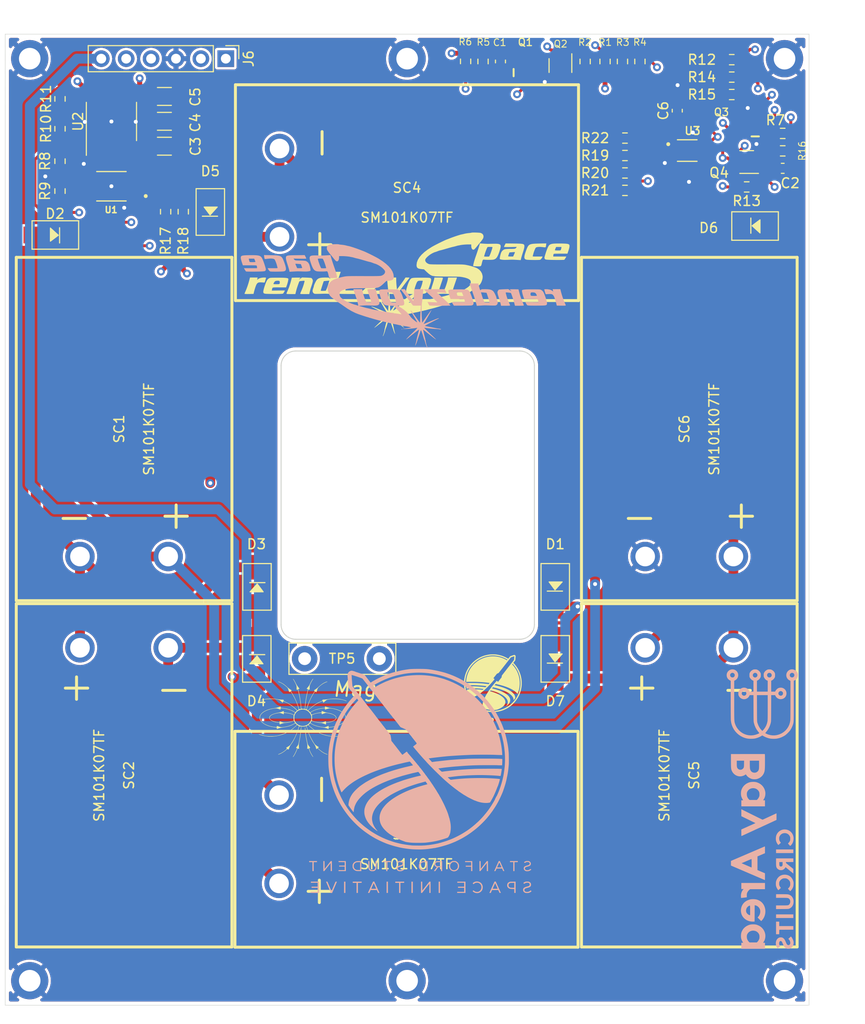
<source format=kicad_pcb>
(kicad_pcb (version 20211014) (generator pcbnew)
  (title_block (date "2022-08-16"))
  (layers (0 "F.Cu" signal) (1 "In1.Cu" signal) (2 "In2.Cu" signal) (3 "In3.Cu" signal) (4 "In4.Cu" signal) (31 "B.Cu" signal) (34 "B.Paste" user) (35 "F.Paste" user) (36 "B.SilkS" user "B.Silkscreen") (37 "F.SilkS" user "F.Silkscreen") (38 "B.Mask" user) (39 "F.Mask" user) (44 "Edge.Cuts" user))
  (net 0 "")
  (net 1 "Net-(C1-Pad1)")
  (net 2 "GND")
  (net 3 "Net-(C2-Pad1)")
  (net 4 "Net-(C3-Pad2)")
  (net 5 "VBATT")
  (net 6 "+3V3")
  (net 7 "SDA")
  (net 8 "SCL")
  (net 9 "Net-(Q1-Pad2)")
  (net 10 "Net-(Q1-Pad3)")
  (net 11 "Net-(Q2-Pad2)")
  (net 12 "Net-(Q3-Pad3)")
  (net 13 "Net-(Q3-Pad6)")
  (net 14 "Net-(Q4-Pad2)")
  (net 15 "Net-(R8-Pad2)")
  (net 16 "Net-(R10-Pad2)")
  (net 17 "Net-(R17-Pad1)")
  (net 19 "Coil_IN")
  (net 20 "Coil_OUT")
  (net 21 "Net-(D1-Pad2)")
  (net 22 "Net-(D2-Pad2)")
  (net 23 "Net-(D4-Pad2)")
  (net 24 "Net-(D5-Pad2)")
  (net 25 "Net-(D6-Pad2)")
  (net 26 "VSOLAR")
  (net 27 "SCL_ISO")
  (net 28 "SDA_ISO")
  (net 30 "Net-(D3-Pad2)")
  (net 31 "Net-(R18-Pad1)")
  (net 32 "Net-(R19-Pad2)")
  (footprint "Resistor_SMD:R_0603_1608Metric" (layer "F.Cu") (at 175.406 46.876)
    (fp_text reference "R14")
    (fp_text value "10K")
  )
  (footprint "Resistor_SMD:R_0603_1608Metric" (layer "F.Cu") (at 164.514 56.65 180)
    (fp_text reference "R20")
    (fp_text value "0")
  )
  (footprint "Resistor_SMD:R_0603_1608Metric" (layer "F.Cu") (at 106.881 49.098 90)
    (fp_text reference "R11")
    (fp_text value "0")
  )
  (footprint "Capacitor_SMD:C_0603_1608Metric" (layer "F.Cu") (at 169.848 50.3 90)
    (fp_text reference "C6")
    (fp_text value "0.1uF")
  )
  (footprint "panels:SM101K07TF" (layer "F.Cu") (at 142.226 124.578 180)
    (fp_text reference "SC3")
    (fp_text value "SM101K07TF")
  )
  (footprint "panels:OPT3001" (layer "F.Cu") (at 170.864 54.364)
    (fp_text reference "U3")
    (fp_text value "OPT3001")
  )
  (footprint "panels:logo_SSI_small" (layer "F.Cu") (at 150.88 108.95)
    (fp_text reference "REF**" hide)
    (fp_text value "logo_SSI_small" hide)
  )
  (footprint "Resistor_SMD:R_0603_1608Metric" (layer "F.Cu") (at 166.038 45.283 -90)
    (fp_text reference "R4")
    (fp_text value "10K")
  )
  (footprint "Capacitor_SMD:C_1206_3216Metric" (layer "F.Cu") (at 117.531 48.848 180)
    (fp_text reference "C5")
    (fp_text value "10uF")
  )
  (footprint "MountingHole:MountingHole_2.2mm_M2_DIN965_Pad_TopBottom" (layer "F.Cu") (at 180.792 138.997997)
    (fp_text reference "H30" hide)
    (fp_text value "~")
  )
  (footprint "Capacitor_SMD:C_1206_3216Metric" (layer "F.Cu") (at 117.531 53.923)
    (fp_text reference "C3")
    (fp_text value "10uF" hide)
  )
  (footprint "panels:BSS138DWQ-7" (layer "F.Cu") (at 176.931 51.723 180)
    (fp_text reference "Q3")
    (fp_text value "BSS138DWQ-7" hide)
  )
  (footprint "panels:SM101K07TF" (layer "F.Cu") (at 113.418 118.058 90)
    (fp_text reference "SC2")
    (fp_text value "SM101K07TF")
  )
  (footprint "Resistor_SMD:R_0603_1608Metric" (layer "F.Cu") (at 175.406 45.098 180)
    (fp_text reference "R12")
    (fp_text value "100K")
  )
  (footprint "Resistor_SMD:R_0603_1608Metric" (layer "F.Cu") (at 150.036 45.283 90)
    (fp_text reference "R5")
    (fp_text value "200K")
  )
  (footprint "Package_SO:HTSOP-8-1EP_3.9x4.9mm_P1.27mm_EP2.4x3.2mm" (layer "F.Cu") (at 112.126 51.401 90)
    (fp_text reference "U2")
    (fp_text value "BD60GC0WEFJ")
  )
  (footprint "Resistor_SMD:R_0603_1608Metric" (layer "F.Cu") (at 164.26 45.283 90)
    (fp_text reference "R3")
    (fp_text value "10K")
  )
  (footprint "panels:DO-214AC" (layer "F.Cu") (at 177.786 62.058)
    (fp_text reference "D6")
    (fp_text value "CDBA240LL")
  )
  (footprint "panels:DO-214AC" (layer "F.Cu") (at 157.402 98.848 90)
    (fp_text reference "D1")
    (fp_text value "CDBA240LL")
  )
  (footprint "Resistor_SMD:R_0603_1608Metric" (layer "F.Cu") (at 106.881 52.146 90)
    (fp_text reference "R10")
    (fp_text value "0")
  )
  (footprint "Capacitor_SMD:C_0603_1608Metric" (layer "F.Cu") (at 180.606 56.176)
    (fp_text reference "C2")
    (fp_text value "10nF")
  )
  (footprint "panels:DRV8830DGQ" (layer "F.Cu") (at 112.126 58.005 180)
    (fp_text reference "U1")
    (fp_text value "DRV8830DGQ" hide)
  )
  (footprint "Capacitor_SMD:C_1206_3216Metric" (layer "F.Cu") (at 117.531 51.383)
    (fp_text reference "C4")
    (fp_text value "10uF" hide)
  )
  (footprint "panels:DO-214AC" (layer "F.Cu") (at 106.406 62.973 180)
    (fp_text reference "D2")
    (fp_text value "CDBA240LL")
  )
  (footprint "MountingHole:MountingHole_2.2mm_M2_DIN965_Pad_TopBottom" (layer "F.Cu") (at 142.292 138.997997)
    (fp_text reference "H29" hide)
    (fp_text value "~")
  )
  (footprint "Resistor_SMD:R_0603_1608Metric" (layer "F.Cu") (at 164.514 53.094)
    (fp_text reference "R22")
    (fp_text value "0")
  )
  (footprint "Resistor_SMD:R_0603_1608Metric" (layer "F.Cu") (at 180.603 52.617)
    (fp_text reference "R7")
    (fp_text value "0")
  )
  (footprint "Connector_PinHeader_2.54mm:PinHeader_1x06_P2.54mm_Vertical" (layer "F.Cu") (at 123.792 44.997997 -90)
    (fp_text reference "J6")
    (fp_text value "Through_Hole_1")
  )
  (footprint "panels:SLAB_logo" (layer "F.Cu") (at 142.06 66.71)
    (fp_text reference "REF**" hide)
    (fp_text value "SLAB_logo" hide)
  )
  (footprint "Capacitor_SMD:C_0603_1608Metric" (layer "F.Cu") (at 151.814 45.283 90)
    (fp_text reference "C1")
    (fp_text value "10nF")
  )
  (footprint "Resistor_SMD:R_0603_1608Metric" (layer "F.Cu") (at 106.881 55.448 -90)
    (fp_text reference "R8")
    (fp_text value "0")
  )
  (footprint "panels:logo_magnet_1" (layer "F.Cu") (at 131.65 112.18)
    (fp_text reference "REF**" hide)
    (fp_text value "logo_magnet_1" hide)
  )
  (footprint "panels:DO-214AC" (layer "F.Cu") (at 126.976 98.848 -90)
    (fp_text reference "D3")
    (fp_text value "CDBA240LL")
  )
  (footprint "Resistor_SMD:R_0603_1608Metric" (layer "F.Cu") (at 176.931 58.073 180)
    (fp_text reference "R13")
    (fp_text value "680")
  )
  (footprint "panels:SM101K07TF" (layer "F.Cu") (at 113.418 82.752 -90)
    (fp_text reference "SC1")
    (fp_text value "SM101K07TF")
  )
  (footprint "Resistor_SMD:R_0603_1608Metric" (layer "F.Cu") (at 117.656 60.598 -90)
    (fp_text reference "R17")
    (fp_text value "0")
  )
  (footprint "Package_TO_SOT_SMD:SOT-363_SC-70-6" (layer "F.Cu") (at 176.931 55.533 180)
    (fp_text reference "Q4")
    (fp_text value "MBT2222ADW1T1")
  )
  (footprint "panels:SM101K07TF" (layer "F.Cu") (at 171.076 118.058 90)
    (fp_text reference "SC5")
    (fp_text value "SM101K07TF")
  )
  (footprint "MountingHole:MountingHole_2.2mm_M2_DIN965_Pad_TopBottom" (layer "F.Cu") (at 103.792 44.997997)
    (fp_text reference "H25" hide)
    (fp_text value "~")
  )
  (footprint "Resistor_SMD:R_0603_1608Metric" (layer "F.Cu") (at 106.881 58.496 -90)
    (fp_text reference "R9")
    (fp_text value "0")
  )
  (footprint "Resistor_SMD:R_0603_1608Metric" (layer "F.Cu") (at 180.606 54.398)
    (fp_text reference "R16")
    (fp_text value "200K")
  )
  (footprint "Package_TO_SOT_SMD:SOT-363_SC-70-6" (layer "F.Cu") (at 157.931 45.698 -90)
    (fp_text reference "Q2")
    (fp_text value "MBT2222ADW1T1")
  )
  (footprint "panels:BSS138DWQ-7" (layer "F.Cu") (at 154.354 45.548 90)
    (fp_text reference "Q1")
    (fp_text value "BSS138DWQ-7" hide)
  )
  (footprint "Resistor_SMD:R_0603_1608Metric" (layer "F.Cu") (at 175.406 48.654 180)
    (fp_text reference "R15")
    (fp_text value "10K")
  )
  (footprint "Resistor_SMD:R_0603_1608Metric" (layer "F.Cu") (at 160.45 45.283 90)
    (fp_text reference "R2")
    (fp_text value "680")
  )
  (footprint "Resistor_SMD:R_0603_1608Metric" (layer "F.Cu") (at 164.514 58.428 180)
    (fp_text reference "R21")
    (fp_text value "0")
  )
  (footprint "Resistor_SMD:R_0603_1608Metric" (layer "F.Cu") (at 148.256 45.273 90)
    (fp_text reference "R6")
    (fp_text value "0")
  )
  (footprint "MountingHole:MountingHole_2.2mm_M2_DIN965_Pad_TopBottom" (layer "F.Cu") (at 142.292 44.997997)
    (fp_text reference "H26")
    (fp_text value "~")
  )
  (footprint "MountingHole:MountingHole_2.2mm_M2_DIN965_Pad_TopBottom" (layer "F.Cu") (at 103.792 138.997997)
    (fp_text reference "H28" hide)
    (fp_text value "~")
  )
  (footprint "panels:DO-214AC" (layer "F.Cu") (at 157.402 106.188 90)
    (fp_text reference "D7")
    (fp_text value "CDBA240LL")
  )
  (footprint "panels:DO-214AC" (layer "F.Cu") (at 126.956 106.188 -90)
    (fp_text reference "D4")
    (fp_text value "CDBA240LL")
  )
  (footprint "panels:SM101K07TF" (layer "F.Cu") (at 142.276 58.658 180)
    (fp_text reference "SC4")
    (fp_text value "SM101K07TF")
  )
  (footprint "MountingHole:MountingHole_2.2mm_M2_DIN965_Pad_TopBottom" (layer "F.Cu") (at 180.792 44.997997)
    (fp_text reference "H27" hide)
    (fp_text value "~" hide)
  )
  (footprint "Resistor_SMD:R_0603_1608Metric" (layer "F.Cu") (at 164.514 54.872)
    (fp_text reference "R19")
    (fp_text value "0")
  )
  (footprint "Resistor_SMD:R_0603_1608Metric" (layer "F.Cu") (at 162.482 45.283 -90)
    (fp_text reference "R1")
    (fp_text value "100K")
  )
  (footprint "Resistor_SMD:R_0603_1608Metric" (layer "F.Cu") (at 119.456 60.598 -90)
    (fp_text reference "R18")
    (fp_text value "0")
  )
  (footprint "panels:TestPointConnection" (layer "F.Cu") (at 135.658 106.667998)
    (fp_text reference "TP5")
    (fp_text value "Start/End Connection" hide)
  )
  (footprint "panels:DO-214AC" (layer "F.Cu") (at 122.216 60.628 90)
    (fp_text reference "D5")
    (fp_text value "CDBA240LL")
  )
  (footprint "panels:SM101K07TF" (layer "F.Cu") (at 171.076 82.752 -90)
    (fp_text reference "SC6")
    (fp_text value "SM101K07TF")
  )
  (footprint "panels:SLAB_logo" (layer "B.Cu") (at 142.119638 67.899096 180)
    (fp_text reference "REF**" hide)
    (fp_text value "SLAB_logo" hide)
  )
  (footprint "panels:logo_SSI" (layer "B.Cu") (at 143.245237 117.094228 180)
    (fp_text reference "REF**" hide)
    (fp_text value "logo_SSI" hide)
  )
  (footprint "panels:BAC_logo" (layer "B.Cu") (at 178.1 121.73 -90)
    (fp_text reference "REF**" hide)
    (fp_text value "BAC_logo" hide)
  )
  (gr_arc (start 129.434 76.299997) (mid 129.873341 75.239339) (end 130.934 74.799997) (layer "Edge.Cuts") (width 0.1))
  (gr_line (start 101.292 141.497997) (end 165.892 141.497997) (layer "Edge.Cuts") (width 0.05))
  (gr_arc (start 130.934 104.189997) (mid 129.873341 103.750657) (end 129.434 102.689997) (layer "Edge.Cuts") (width 0.1))
  (gr_line (start 183.292 42.497997) (end 101.292 42.497997) (layer "Edge.Cuts") (width 0.05))
  (gr_line (start 153.774 104.189997) (end 130.934 104.189997) (layer "Edge.Cuts") (width 0.1))
  (gr_arc (start 153.774 74.799997) (mid 154.834691 75.239307) (end 155.274 76.299997) (layer "Edge.Cuts") (width 0.1))
  (gr_line (start 183.292 141.497997) (end 183.292 42.497997) (layer "Edge.Cuts") (width 0.05))
  (gr_line (start 130.934 74.799997) (end 153.774 74.799997) (layer "Edge.Cuts") (width 0.1))
  (gr_line (start 101.296 50.707998) (end 101.292 42.497997) (layer "Edge.Cuts") (width 0.05))
  (gr_line (start 101.296 121.077998) (end 101.296 50.707998) (layer "Edge.Cuts") (width 0.05))
  (gr_line (start 129.434 102.689997) (end 129.434 76.299997) (layer "Edge.Cuts") (width 0.1))
  (gr_line (start 165.892 141.497997) (end 183.292 141.497997) (layer "Edge.Cuts") (width 0.05))
  (gr_line (start 155.274 76.299997) (end 155.274 102.689997) (layer "Edge.Cuts") (width 0.1))
  (gr_line (start 101.292 141.497997) (end 101.296 121.077998) (layer "Edge.Cuts") (width 0.05))
  (gr_arc (start 155.274 102.689997) (mid 154.834661 103.750659) (end 153.774 104.189997) (layer "Edge.Cuts") (width 0.1))
  (gr_text "Stanford SSI \nGrant Regen 2022" (at 141.38 112.07) (layer "F.SilkS") (effects (font (size 0.7 0.7) (thickness 0.1) italic) (justify left)))
  (gr_text "Ver 0.1" (at 146.43 110.29) (layer "F.SilkS") (effects (font (size 0.5 0.5) (thickness 0.1))))
  (gr_text "Magnetar" (at 139.86 109.27) (layer "F.SilkS") (effects (font (size 1.5 1.5) (thickness 0.2) italic)))
  (segment (start 153.331 43.898) (end 153.006 44.223) (width 0.306) (layer "F.Cu") (net 1))
  (segment (start 154.354 44.042978) (end 154.209022 43.898) (width 0.306) (layer "F.Cu") (net 1))
  (segment (start 153.006 44.223) (end 153.006 45.498) (width 0.306) (layer "F.Cu") (net 1))
  (segment (start 150.036 46.108) (end 151.764 46.108) (width 0.5) (layer "F.Cu") (net 1))
  (segment (start 154.354 44.598) (end 154.354 44.042978) (width 0.306) (layer "F.Cu") (net 1))
  (segment (start 151.764 46.108) (end 151.814 46.058) (width 0.5) (layer "F.Cu") (net 1))
  (segment (start 154.209022 43.898) (end 153.331 43.898) (width 0.306) (layer "F.Cu") (net 1))
  (segment (start 153.006 45.498) (end 152.446 46.058) (width 0.306) (layer "F.Cu") (net 1))
  (segment (start 152.446 46.058) (end 151.814 46.058) (width 0.306) (layer "F.Cu") (net 1))
  (segment (start 151.814 44.508) (end 151.596 44.508) (width 0.25) (layer "F.Cu") (net 2))
  (segment (start 112.1275 51.4025) (end 112.126 51.401) (width 0.5) (layer "F.Cu") (net 2))
  (segment (start 112.761 54.051) (end 114.031 54.051) (width 0.5) (layer "F.Cu") (net 2))
  (segment (start 114.226 57.005) (end 113.126 57.005) (width 0.29) (layer "F.Cu") (net 2))
  (segment (start 111.491 48.751) (end 112.761 48.751) (width 0.5) (layer "F.Cu") (net 2))
  (segment (start 151.406 44.508) (end 150.816 45.098) (width 0.25) (layer "F.Cu") (net 2))
  (segment (start 111.491 50.766) (end 112.126 51.401) (width 0.5) (layer "F.Cu") (net 2))
  (segment (start 114.031 53.306) (end 112.1275 51.4025) (width 0.5) (layer "F.Cu") (net 2))
  (segment (start 114.031 54.051) (end 114.031 53.306) (width 0.5) (layer "F.Cu") (net 2))
  (segment (start 112.761 48.751) (end 112.761 50.766) (width 0.5) (layer "F.Cu") (net 2))
  (segment (start 112.761 52.036) (end 112.126 51.401) (width 0.5) (layer "F.Cu") (net 2))
  (segment (start 151.814 44.508) (end 151.406 44.508) (width 0.25) (layer "F.Cu") (net 2))
  (segment (start 169.869 55.014) (end 169.869 55.565) (width 0.25) (layer "F.Cu") (net 2))
  (segment (start 112.626 58.505) (end 112.126 58.005) (width 0.3) (layer "F.Cu") (net 2))
  (segment (start 113.126 57.005) (end 112.126 58.005) (width 0.29) (layer "F.Cu") (net 2))
  (segment (start 112.761 50.766) (end 112.126 51.401) (width 0.5) (layer "F.Cu") (net 2))
  (segment (start 112.761 54.051) (end 112.761 52.036) (width 0.5) (layer "F.Cu") (net 2))
  (segment (start 151.596 44.508) (end 150.906 45.198) (width 0.25) (layer "F.Cu") (net 2))
  (segment (start 114.226 58.505) (end 112.626 58.505) (width 0.28) (layer "F.Cu") (net 2))
  (segment (start 111.491 48.751) (end 111.491 50.766) (width 0.5) (layer "F.Cu") (net 2))
  (via (at 156.331 47.373) (size 0.8) (drill 0.4) (layers "F.Cu" "B.Cu") (net 2))
  (via (at 169.881 47.698) (size 0.8) (drill 0.4) (layers "F.Cu" "B.Cu") (net 2))
  (via (at 114.61 51.43) (size 0.8) (drill 0.4) (layers "F.Cu" "B.Cu") (net 2))
  (via (at 112.126 58.005) (size 0.8) (drill 0.4) (layers "F.Cu" "B.Cu") (net 2))
  (via (at 177.036 50.028) (size 0.8) (drill 0.4) (layers "F.Cu" "B.Cu") (net 2))
  (via (at 113.431 60.198) (size 0.8) (drill 0.4) (layers "F.Cu" "B.Cu") (net 2))
  (via (at 177.926 53.698) (size 0.8) (drill 0.4) (layers "F.Cu" "B.Cu") (net 2))
  (via (at 171.436 52.528) (size 0.8) (drill 0.4) (layers "F.Cu" "B.Cu") (net 2))
  (via (at 109.306 55.723) (size 0.8) (drill 0.4) (layers "F.Cu" "B.Cu") (net 2))
  (via (at 112.1275 51.4025) (size 0.8) (drill 0.4) (layers "F.Cu" "B.Cu") (net 2))
  (via (at 105.381 56.998) (size 0.8) (drill 0.4) (layers "F.Cu" "B.Cu") (net 2))
  (via (at 109.41 51.44) (size 0.8) (drill 0.4) (layers "F.Cu" "B.Cu") (net 2))
  (via (at 168.578 55.634) (size 0.8) (drill 0.4) (layers "F.Cu" "B.Cu") (net 2))
  (via (at 171.046 57.558) (size 0.8) (drill 0.4) (layers "F.Cu" "B.Cu") (net 2))
  (segment (start 179.831 54.448) (end 179.781 54.398) (width 0.5) (layer "F.Cu") (net 3))
  (segment (start 179.586 54.398) (end 178.806 53.618) (width 0.25) (layer "F.Cu") (net 3))
  (segment (start 178.661 51.723) (end 177.881 51.723) (width 0.25) (layer "F.Cu") (net 3))
  (segment (start 179.831 56.176) (end 179.831 54.448) (width 0.5) (layer "F.Cu") (net 3))
  (segment (start 178.806 51.868) (end 178.661 51.723) (width 0.25) (layer "F.Cu") (net 3))
  (segment (start 178.806 53.618) (end 178.806 51.868) (width 0.25) (layer "F.Cu") (net 3))
  (segment (start 179.781 54.398) (end 179.586 54.398) (width 0.25) (layer "F.Cu") (net 3))
  (segment (start 112.806 55.873) (end 116.406 55.873) (width 0.306) (layer "F.Cu") (net 4))
  (segment (start 111.491 55.083) (end 112.281 55.873) (width 0.306) (layer "F.Cu") (net 4))
  (segment (start 119.006 54.248) (end 119.006 53.923) (width 0.3) (layer "F.Cu") (net 4))
  (segment (start 111.491 54.051) (end 111.491 55.083) (width 0.306) (layer "F.Cu") (net 4))
  (segment (start 116.406 55.873) (end 116.8935 56.3605) (width 0.306) (layer "F.Cu") (net 4))
  (segment (start 119.006 51.383) (end 119.006 53.923) (width 1) (layer "F.Cu") (net 4))
  (segment (start 115.325022 57.505) (end 116.469522 56.3605) (width 0.25) (layer "F.Cu") (net 4))
  (segment (start 110.221 54.051) (end 110.221 55.238) (width 0.306) (layer "F.Cu") (net 4))
  (segment (start 112.281 55.873) (end 112.806 55.873) (width 0.306) (layer "F.Cu") (net 4))
  (segment (start 114.226 57.505) (end 115.325022 57.505) (width 0.25) (layer "F.Cu") (net 4))
  (segment (start 116.469522 56.3605) (end 116.8935 56.3605) (width 0.25) (layer "F.Cu") (net 4))
  (segment (start 116.8935 56.3605) (end 119.006 54.248) (width 0.3) (layer "F.Cu") (net 4))
  (segment (start 110.856 55.873) (end 112.806 55.873) (width 0.306) (layer "F.Cu") (net 4))
  (segment (start 110.221 55.238) (end 110.856 55.873) (width 0.306) (layer "F.Cu") (net 4))
  (segment (start 110.221 54.051) (end 111.491 54.051) (width 0.5) (layer "F.Cu") (net 4))
  (segment (start 110.109 48.751) (end 108.656 47.298) (width 0.5) (layer "F.Cu") (net 5))
  (segment (start 115.006 47.776) (end 114.031 48.751) (width 0.5) (layer "F.Cu") (net 5))
  (segment (start 110.221 48.751) (end 110.109 48.751) (width 0.5) (layer "F.Cu") (net 5))
  (segment (start 115.006 46.998) (end 115.006 47.798) (width 0.5) (layer "F.Cu") (net 5))
  (segment (start 115.006 47.798) (end 116.056 48.848) (width 0.5) (layer "F.Cu") (net 5))
  (segment (start 115.006 46.998) (end 115.006 47.776) (width 0.5) (layer "F.Cu") (net 5))
  (via (at 115.006 46.998) (size 0.8) (drill 0.4) (layers "F.Cu" "B.Cu") (net 5))
  (via (at 108.656 47.298) (size 0.8) (drill 0.4) (layers "F.Cu" "B.Cu") (net 5))
  (segment (start 163.689 51.779) (end 166.038 49.43) (width 0.5) (layer "F.Cu") (net 6))
  (segment (start 169.848 51.075) (end 171.679 51.075) (width 0.5) (layer "F.Cu") (net 6))
  (segment (start 169.848 51.075) (end 169.848 53.693) (width 0.306) (layer "F.Cu") (net 6))
  (segment (start 174.581 46.876) (end 174.581 48.654) (width 0.5) (layer "F.Cu") (net 6))
  (segment (start 104.331 59.873) (end 105.131 60.673) (width 0.306) (layer "F.Cu") (net 6))
  (segment (start 169.848 53.693) (end 169.869 53.714) (width 0.306) (layer "F.Cu") (net 6))
  (segment (start 163.689 53.094) (end 163.689 51.779) (width 0.5) (layer "F.Cu") (net 6))
  (segment (start 166.038 46.108) (end 166.038 49.43) (width 0.5) (layer "F.Cu") (net 6))
  (segment (start 105.131 60.673) (end 108.831 60.673) (width 0.306) (layer "F.Cu") (net 6))
  (segment (start 166.038 49.43) (end 167.683 51.075) (width 0.5) (layer "F.Cu") (net 6))
  (segment (start 174.1 48.654) (end 174.581 48.654) (width 0.5) (layer "F.Cu") (net 6))
  (segment (start 106.881 52.971) (end 106.881 54.623) (width 0.5) (layer "F.Cu") (net 6))
  (segment (start 162.482 46.108) (end 164.26 46.108) (width 0.5) (layer "F.Cu") (net 6))
  (segment (start 167.683 51.075) (end 169.848 51.075) (width 0.5) (layer "F.Cu") (net 6))
  (segment (start 162.482 46.108) (end 162.482 48.047) (width 0.5) (layer "F.Cu") (net 6))
  (segment (start 104.981 54.623) (end 104.331 55.273) (width 0.306) (layer "F.Cu") (net 6))
  (segment (start 106.881 54.623) (end 104.981 54.623) (width 0.306) (layer "F.Cu") (net 6))
  (segment (start 171.679 51.075) (end 174.1 48.654) (width 0.5) (layer "F.Cu") (net 6))
  (segment (start 104.331 55.273) (end 104.331 59.873) (width 0.306) (layer "F.Cu") (net 6))
  (segment (start 164.26 46.108) (end 166.038 46.108) (width 0.5) (layer "F.Cu") (net 6))
  (segment (start 174.581 45.098) (end 174.581 46.876) (width 0.5) (layer "F.Cu") (net 6))
  (via (at 108.831 60.673) (size 0.8) (drill 0.4) (layers "F.Cu" "B.Cu") (net 6))
  (via (at 162.482 48.047) (size 0.8) (drill 0.4) (layers "F.Cu" "B.Cu") (net 6))
  (segment (start 178.651 54.883) (end 178.706 54.938) (width 0.25) (layer "F.Cu") (net 7))
  (segment (start 178.706 56.038) (end 178.561 56.183) (width 0.25) (layer "F.Cu") (net 7))
  (segment (start 179.778 52.617) (end 179.778 50.22) (width 0.306) (layer "F.Cu") (net 7))
  (segment (start 177.881 56.183) (end 177.891 56.183) (width 0.306) (layer "F.Cu") (net 7))
  (segment (start 177.881 54.883) (end 178.651 54.883) (width 0.25) (layer "F.Cu") (net 7))
  (segment (start 177.891 56.183) (end 179.781 58.073) (width 0.306) (layer "F.Cu") (net 7))
  (segment (start 178.561 56.183) (end 177.881 56.183) (width 0.25) (layer "F.Cu") (net 7))
  (segment (start 178.706 54.938) (end 178.706 56.038) (width 0.25) (layer "F.Cu") (net 7))
  (via (at 179.778 50.22) (size 0.8) (drill 0.4) (layers "F.Cu" "B.Cu") (net 7))
  (via (at 179.781 58.073) (size 0.8) (drill 0.4) (layers "F.Cu" "B.Cu") (net 7))
  (segment (start 157.425 43.973) (end 158.386022 43.973) (width 0.306) (layer "F.Cu") (net 8))
  (segment (start 156.95 44.117) (end 156.581 43.748) (width 0.306) (layer "F.Cu") (net 8))
  (segment (start 148.256 48.073) (end 148.256 46.098) (width 0.306) (layer "F.Cu") (net 8))
  (segment (start 157.281 44.117) (end 156.95 44.117) (width 0.306) (layer "F.Cu") (net 8))
  (segment (start 158.386022 43.973) (end 158.581 44.167978) (width 0.306) (layer "F.Cu") (net 8))
  (segment (start 158.581 44.167978) (end 158.581 44.748) (width 0.306) (layer "F.Cu") (net 8))
  (segment (start 157.281 44.117) (end 157.425 43.973) (width 0.306) (layer "F.Cu") (net 8))
  (segment (start 157.281 44.748) (end 157.281 44.117) (width 0.306) (layer "F.Cu") (net 8))
  (via (at 156.581 43.748) (size 0.8) (drill 0.4) (layers "F.Cu" "B.Cu") (net 8))
  (via (at 148.256 48.073) (size 0.8) (drill 0.4) (layers "F.Cu" "B.Cu") (net 8))
  (segment (start 154.354 46.498) (end 154.354 45.892) (width 0.306) (layer "F.Cu") (net 9))
  (segment (start 154.354 45.892) (end 153.704 45.242) (width 0.306) (layer "F.Cu") (net 9))
  (segment (start 162.391 44.458) (end 161.4685 43.5355) (width 0.306) (layer "F.Cu") (net 9))
  (segment (start 154.354 46.498) (end 154.354 47.775) (width 0.306) (layer "F.Cu") (net 9))
  (segment (start 153.704 45.242) (end 153.704 44.598) (width 0.306) (layer "F.Cu") (net 9))
  (segment (start 154.354 47.775) (end 153.506 48.623) (width 0.306) (layer "F.Cu") (net 9))
  (segment (start 162.482 44.458) (end 162.391 44.458) (width 0.306) (layer "F.Cu") (net 9))
  (via (at 153.506 48.623) (size 0.8) (drill 0.4) (layers "F.Cu" "B.Cu") (net 9))
  (via (at 161.4685 43.623) (size 0.8) (drill 0.4) (layers "F.Cu" "B.Cu") (net 9))
  (segment (start 157.706 48.548) (end 157.931 48.323) (width 0.306) (layer "F.Cu") (net 10))
  (segment (start 157.931 48.323) (end 157.931 46.648) (width 0.306) (layer "F.Cu") (net 10))
  (segment (start 155.004 46.498) (end 155.004 47.571) (width 0.306) (layer "F.Cu") (net 10))
  (segment (start 164.26 44.458) (end 164.26 44.524) (width 0.25) (layer "F.Cu") (net 10))
  (segment (start 160.45 46.108) (end 158.235 48.323) (width 0.306) (layer "F.Cu") (net 10))
  (segment (start 158.235 48.323) (end 157.931 48.323) (width 0.306) (layer "F.Cu") (net 10))
  (segment (start 155.981 48.548) (end 157.706 48.548) (width 0.306) (layer "F.Cu") (net 10))
  (segment (start 155.004 47.571) (end 155.981 48.548) (width 0.306) (layer "F.Cu") (net 10))
  (segment (start 163.526 45.258) (end 161.3 45.258) (width 0.25) (layer "F.Cu") (net 10))
  (segment (start 164.26 44.524) (end 163.526 45.258) (width 0.25) (layer "F.Cu") (net 10))
  (segment (start 161.3 45.258) (end 160.45 46.108) (width 0.25) (layer "F.Cu") (net 10))
  (segment (start 157.931 45.353) (end 158.003511 45.425511) (width 0.25) (layer "F.Cu") (net 11))
  (segment (start 159.482489 45.425511) (end 160.45 44.458) (width 0.25) (layer "F.Cu") (net 11))
  (segment (start 158.003511 45.425511) (end 159.482489 45.425511) (width 0.25) (layer "F.Cu") (net 11))
  (segment (start 157.931 44.748) (end 157.931 45.353) (width 0.25) (layer "F.Cu") (net 11))
  (segment (start 177.781 44.048) (end 177.281 44.048) (width 0.306) (layer "F.Cu") (net 12))
  (segment (start 177.881 51.073) (end 178.916 50.038) (width 0.3) (layer "F.Cu") (net 12))
  (segment (start 178.916 50.038) (end 178.916 49.263) (width 0.3) (layer "F.Cu") (net 12))
  (segment (start 177.281 44.048) (end 176.231 45.098) (width 0.306) (layer "F.Cu") (net 12))
  (segment (start 178.916 49.263) (end 179.506 48.673) (width 0.3) (layer "F.Cu") (net 12))
  (segment (start 176.675978 51.723) (end 177.325978 51.073) (width 0.306) (layer "F.Cu") (net 12))
  (segment (start 177.325978 51.073) (end 177.881 51.073) (width 0.306) (layer "F.Cu") (net 12))
  (segment (start 175.981 51.723) (end 176.675978 51.723) (width 0.306) (layer "F.Cu") (net 12))
  (via (at 177.781 44.048) (size 0.8) (drill 0.4) (layers "F.Cu" "B.Cu") (net 12))
  (via (at 179.506 48.673) (size 0.8) (drill 0.4) (layers "F.Cu" "B.Cu") (net 12))
  (segment (start 175.331 52.373) (end 174.506 51.548) (width 0.306) (layer "F.Cu") (net 13))
  (segment (start 174.990978 55.123) (end 174.481 55.123) (width 0.306) (layer "F.Cu") (net 13))
  (segment (start 178.081 48.048) (end 178.081 47.498) (width 0.306) (layer "F.Cu") (net 13))
  (segment (start 177.459 46.876) (end 176.231 46.876) (width 0.306) (layer "F.Cu") (net 13))
  (segment (start 175.981 52.373) (end 175.303489 53.050511) (width 0.306) (layer "F.Cu") (net 13))
  (segment (start 176.106 58.073) (end 174.581 58.073) (width 0.306) (layer "F.Cu") (net 13))
  (segment (start 174.581 58.073) (end 174.481 57.973) (width 0.306) (layer "F.Cu") (net 13))
  (segment (start 175.303489 55.435511) (end 175.400978 55.533) (width 0.306) (layer "F.Cu") (net 13))
  (segment (start 174.481 54.423) (end 174.481 55.123) (width 0.306) (layer "F.Cu") (net 13))
  (segment (start 175.303489 53.600511) (end 174.481 54.423) (width 0.306) (layer "F.Cu") (net 13))
  (segment (start 175.400978 55.533) (end 174.990978 55.123) (width 0.306) (layer "F.Cu") (net 13))
  (segment (start 178.081 47.498) (end 177.459 46.876) (width 0.306) (layer "F.Cu") (net 13))
  (segment (start 175.981 52.373) (end 175.331 52.373) (width 0.306) (layer "F.Cu") (net 13))
  (segment (start 175.400978 55.533) (end 175.981 55.533) (width 0.306) (layer "F.Cu") (net 13))
  (segment (start 175.303489 53.050511) (end 175.303489 53.600511) (width 0.306) (layer "F.Cu") (net 13))
  (via (at 174.481 57.973) (size 0.8) (drill 0.4) (layers "F.Cu" "B.Cu") (net 13))
  (via (at 174.481 55.123) (size 0.8) (drill 0.4) (layers "F.Cu" "B.Cu") (net 13))
  (via (at 178.081 48.048) (size 0.8) (drill 0.4) (layers "F.Cu" "B.Cu") (net 13))
  (via (at 174.506 51.548) (size 0.8) (drill 0.4) (layers "F.Cu" "B.Cu") (net 13))
  (segment (start 177.756 57.468) (end 176.936 56.648) (width 0.25) (layer "F.Cu") (net 14))
  (segment (start 177.021 55.533) (end 177.881 55.533) (width 0.25) (layer "F.Cu") (net 14))
  (segment (start 176.936 55.618) (end 177.021 55.533) (width 0.25) (layer "F.Cu") (net 14))
  (segment (start 176.936 56.648) (end 176.936 55.618) (width 0.25) (layer "F.Cu") (net 14))
  (segment (start 177.756 58.073) (end 177.756 57.468) (width 0.25) (layer "F.Cu") (net 14))
  (segment (start 107.215 58.005) (end 106.881 57.671) (width 0.25) (layer "F.Cu") (net 15))
  (segment (start 106.881 57.671) (end 106.881 56.273) (width 0.5) (layer "F.Cu") (net 15))
  (segment (start 110.026 58.005) (end 107.215 58.005) (width 0.25) (layer "F.Cu") (net 15))
  (segment (start 108.181 51.823) (end 107.679 51.321) (width 0.3) (layer "F.Cu") (net 16))
  (segment (start 110.026 57.505) (end 108.926978 57.505) (width 0.25) (layer "F.Cu") (net 16))
  (segment (start 108.181 56.723) (end 108.181 51.823) (width 0.3) (layer "F.Cu") (net 16))
  (segment (start 106.881 49.923) (end 106.881 51.321) (width 0.5) (layer "F.Cu") (net 16))
  (segment (start 108.926978 57.505) (end 108.181 56.759022) (width 0.25) (layer "F.Cu") (net 16))
  (segment (start 107.679 51.321) (end 106.881 51.321) (width 0.3) (layer "F.Cu") (net 16))
  (segment (start 108.181 56.759022) (end 108.181 56.723) (width 0.25) (layer "F.Cu") (net 16))
  (segment (start 116.888 59.005) (end 117.656 59.773) (width 0.3) (layer "F.Cu") (net 17))
  (segment (start 114.226 59.005) (end 116.888 59.005) (width 0.3) (layer "F.Cu") (net 17))
  (segment (start 117.181 66.698) (end 117.656 66.223) (width 0.5) (layer "F.Cu") (net 19))
  (segment (start 117.656 66.223) (end 117.656 61.423) (width 0.5) (layer "F.Cu") (net 19))
  (via (at 117.181 66.698) (size 0.8) (drill 0.4) (layers "F.Cu" "B.Cu") (net 19))
  (segment (start 119.456 66.523) (end 119.456 61.423) (width 0.5) (layer "F.Cu") (net 20))
  (segment (start 119.831 66.898) (end 119.456 66.523) (width 0.5) (layer "F.Cu") (net 20))
  (via (at 119.831 66.898) (size 0.8) (drill 0.4) (layers "F.Cu" "B.Cu") (net 20))
  (segment (start 108.406 89.188) (end 108.406 62.973) (width 1) (layer "F.Cu") (net 21))
  (segment (start 160.456 96.848) (end 157.402 96.848) (width 1) (layer "F.Cu") (net 21))
  (segment (start 114.97 95.752) (end 108.406 89.188) (width 1) (layer "F.Cu") (net 21))
  (segment (start 161.466 97.858) (end 160.456 96.848) (width 1) (layer "F.Cu") (net 21))
  (segment (start 117.918 95.752) (end 114.97 95.752) (width 1) (layer "F.Cu") (net 21))
  (segment (start 161.466 98.56) (end 161.466 97.858) (width 1) (layer "F.Cu") (net 21))
  (via (at 161.466 98.56) (size 0.8) (drill 0.4) (layers "F.Cu" "B.Cu") (net 21))
  (segment (start 122.604 108.974) (end 126.668 113.038) (width 1) (layer "B.Cu") (net 21))
  (segment (start 126.668 113.038) (end 157.656 113.038) (width 1) (layer "B.Cu") (net 21))
  (segment (start 161.466 109.228) (end 161.466 98.56) (width 1) (layer "B.Cu") (net 21))
  (segment (start 122.604 100.438) (end 122.604 108.974) (width 1) (layer "B.Cu") (net 21))
  (segment (start 157.656 113.038) (end 161.466 109.228) (width 1) (layer "B.Cu") (net 21))
  (segment (start 117.918 95.752) (end 122.604 100.438) (width 1) (layer "B.Cu") (net 21))
  (segment (start 104.406 62.973) (end 104.406 91.24) (width 1) (layer "F.Cu") (net 22))
  (segment (start 120.318 100.592) (end 124.062 96.848) (width 1) (layer "F.Cu") (net 22))
  (segment (start 108.918 95.752) (end 113.758 100.592) (width 1) (layer "F.Cu") (net 22))
  (segment (start 113.758 100.592) (end 120.318 100.592) (width 1) (layer "F.Cu") (net 22))
  (segment (start 108.918 95.752) (end 108.918 105.058) (width 1) (layer "F.Cu") (net 22))
  (segment (start 108.918 95.752) (end 104.406 91.24) (width 1) (layer "F.Cu") (net 22))
  (segment (start 124.062 96.848) (end 126.976 96.848) (width 1) (layer "F.Cu") (net 22))
  (segment (start 124.646 108.188) (end 124.476 108.018) (width 1) (layer "F.Cu") (net 23))
  (segment (start 122.746 63.158) (end 122.216 62.628) (width 1) (layer "F.Cu") (net 23))
  (segment (start 129.276 63.158) (end 122.746 63.158) (width 1) (layer "F.Cu") (net 23))
  (segment (start 126.956 117.808) (end 129.226 120.078) (width 1) (layer "F.Cu") (net 23))
  (segment (start 122.216 88.266) (end 122.216 62.628) (width 1) (layer "F.Cu") (net 23))
  (segment (start 126.956 108.188) (end 124.646 108.188) (width 1) (layer "F.Cu") (net 23))
  (segment (start 126.956 108.188) (end 126.956 117.808) (width 1) (layer "F.Cu") (net 23))
  (via (at 124.476 108.018) (size 0.8) (drill 0.4) (layers "F.Cu" "B.Cu") (net 23))
  (via (at 122.216 88.266) (size 0.8) (drill 0.4) (layers "F.Cu" "B.Cu") (net 23))
  (segment (start 171.626 100.008) (end 171.626 66.218) (width 1) (layer "F.Cu") (net 24))
  (segment (start 127.484 58.628) (end 122.216 58.628) (width 1) (layer "F.Cu") (net 24))
  (segment (start 129.276 56.836) (end 127.484 58.628) (width 1) (layer "F.Cu") (net 24))
  (segment (start 171.626 66.218) (end 175.786 62.058) (width 1) (layer "F.Cu") (net 24))
  (segment (start 166.576 105.058) (end 171.626 100.008) (width 1) (layer "F.Cu") (net 24))
  (segment (start 129.276 54.158) (end 129.276 56.836) (width 1) (layer "F.Cu") (net 24))
  (segment (start 141.336 66.218) (end 171.626 66.218) (width 1) (layer "F.Cu") (net 24))
  (segment (start 129.276 54.158) (end 141.336 66.218) (width 1) (layer "F.Cu") (net 24))
  (segment (start 175.576 66.268) (end 179.786 62.058) (width 1) (layer "F.Cu") (net 25))
  (segment (start 175.576 95.752) (end 175.576 66.268) (width 1) (layer "F.Cu") (net 25))
  (segment (start 172.446 108.188) (end 175.576 105.058) (width 1) (layer "F.Cu") (net 25))
  (segment (start 157.402 108.188) (end 172.446 108.188) (width 1) (layer "F.Cu") (net 25))
  (segment (start 175.576 105.058) (end 175.576 95.752) (width 1) (layer "F.Cu") (net 25))
  (segment (start 157.402 100.848) (end 159.686 100.848) (width 1) (layer "F.Cu") (net 26))
  (via (at 159.686 100.848) (size 0.8) (drill 0.4) (layers "F.Cu" "B.Cu") (net 26))
  (segment (start 158.418 107.958) (end 156.132 110.244) (width 1) (layer "B.Cu") (net 26))
  (segment (start 156.132 110.244) (end 129.462 110.244) (width 1) (layer "B.Cu") (net 26))
  (segment (start 125.906 106.688) (end 125.906 93.815523) (width 1) (layer "B.Cu") (net 26))
  (segment (start 129.462 110.244) (end 125.906 106.688) (width 1) (layer "B.Cu") (net 26))
  (segment (start 158.418 102.116) (end 158.418 107.958) (width 1) (layer "B.Cu") (net 26))
  (segment (start 108.602003 44.997997) (end 111.092 44.997997) (width 1) (layer "B.Cu") (net 26))
  (segment (start 123.030477 90.94) (end 106.348 90.94) (width 1) (layer "B.Cu") (net 26))
  (segment (start 103.808 49.792) (end 108.602003 44.997997) (width 1) (layer "B.Cu") (net 26))
  (segment (start 125.906 93.815523) (end 123.030477 90.94) (width 1) (layer "B.Cu") (net 26))
  (segment (start 106.348 90.94) (end 103.808 88.4) (width 1) (layer "B.Cu") (net 26))
  (segment (start 159.686 100.848) (end 158.418 102.116) (width 1) (layer "B.Cu") (net 26))
  (segment (start 103.808 88.4) (end 103.808 49.792) (width 1) (layer "B.Cu") (net 26))
  (segment (start 112.906 61.673) (end 112.694 61.673) (width 0.25) (layer "F.Cu") (net 27))
  (segment (start 166.856 57.473) (end 166.162 57.473) (width 0.306) (layer "F.Cu") (net 27))
  (segment (start 157.281 46.648) (end 157.281 46.053) (width 0.25) (layer "F.Cu") (net 27))
  (segment (start 171.859 56.163) (end 171.859 55.014) (width 0.306) (layer "F.Cu") (net 27))
  (segment (start 157.396 45.938) (end 158.456 45.938) (width 0.25) (layer "F.Cu") (net 27))
  (segment (start 158.581 46.063) (end 158.581 46.648) (width 0.25) (layer "F.Cu") (net 27))
  (segment (start 165.339 56.65) (end 171.372 56.65) (width 0.306) (layer "F.Cu") (net 27))
  (segment (start 154.99048 43.39248) (end 154.656 43.058) (width 0.306) (layer "F.Cu") (net 27))
  (segment (start 171.372 56.65) (end 171.859 56.163) (width 0.306) (layer "F.Cu") (net 27))
  (segment (start 154.656 43.058) (end 151.436 43.058) (width 0.306) (layer "F.Cu") (net 27))
  (segment (start 166.366 44.458) (end 167.781 45.873) (width 0.306) (layer "F.Cu") (net 27))
  (segment (start 156.456 45.823) (end 156.456 44.844978) (width 0.306) (layer "F.Cu") (net 27))
  (segment (start 148.256 44.448) (end 146.831 44.448) (width 0.5) (layer "F.Cu") (net 27))
  (segment (start 112.906 61.673) (end 114.156 61.673) (width 0.3) (layer "F.Cu") (net 27))
  (segment (start 166.162 57.473) (end 165.339 56.65) (width 0.306) (layer "F.Cu") (net 27))
  (segment (start 150.026 44.448) (end 150.036 44.458) (width 0.5) (layer "F.Cu") (net 27))
  (segment (start 112.694 61.673) (end 110.026 59.005) (width 0.25) (layer "F.Cu") (net 27))
  (segment (start 148.256 44.448) (end 150.026 44.448) (width 0.5) (layer "F.Cu") (net 27))
  (segment (start 166.038 44.458) (end 166.366 44.458) (width 0.306) (layer "F.Cu") (net 27))
  (segment (start 156.456 44.844978) (end 155.003502 43.39248) (width 0.306) (layer "F.Cu") (net 27))
  (segment (start 157.281 46.648) (end 156.456 45.823) (width 0.306) (layer "F.Cu") (net 27))
  (segment (start 157.281 46.053) (end 157.396 45.938) (width 0.25) (layer "F.Cu") (net 27))
  (segment (start 151.436 43.058) (end 150.036 44.458) (width 0.306) (layer "F.Cu") (net 27))
  (segment (start 158.456 45.938) (end 158.581 46.063) (width 0.25) (layer "F.Cu") (net 27))
  (segment (start 155.003502 43.39248) (end 154.99048 43.39248) (width 0.306) (layer "F.Cu") (net 27))
  (via (at 146.831 44.448) (size 0.8) (drill 0.4) (layers "F.Cu" "B.Cu") (net 27))
  (via (at 167.781 45.873) (size 0.8) (drill 0.4) (layers "F.Cu" "B.Cu") (net 27))
  (via (at 166.856 57.473) (size 0.8) (drill 0.4) (layers "F.Cu" "B.Cu") (net 27))
  (via (at 114.156 61.673) (size 0.8) (drill 0.4) (layers "F.Cu" "B.Cu") (net 27))
  (segment (start 175.731 49.698) (end 176.231 49.198) (width 0.306) (layer "F.Cu") (net 28))
  (segment (start 172.806 51.798) (end 172.806 51.573) (width 0.306) (layer "F.Cu") (net 28))
  (segment (start 181.431 52.614) (end 181.428 52.617) (width 0.306) (layer "F.Cu") (net 28))
  (segment (start 181.428 52.617) (end 181.428 54.395) (width 0.5) (layer "F.Cu") (net 28))
  (segment (start 173.981 52.973) (end 172.806 51.798) (width 0.306) (layer "F.Cu") (net 28))
  (segment (start 109.331 59.623) (end 108.706 59.623) (width 0.3) (layer "F.Cu") (net 28))
  (segment (start 174.125 56.183) (end 173.404 56.904) (width 0.306) (layer "F.Cu") (net 28))
  (segment (start 173.008 53.714) (end 171.859 53.714) (width 0.306) (layer "F.Cu") (net 28))
  (segment (start 116.031 64.073) (end 113.781 64.073) (width 0.3) (layer "F.Cu") (net 28))
  (segment (start 172.806 51.573) (end 174.681 49.698) (width 0.306) (layer "F.Cu") (net 28))
  (segment (start 181.428 54.395) (end 181.431 54.398) (width 0.5) (layer "F.Cu") (net 28))
  (segment (start 173.981 52.973) (end 173.749 52.973) (width 0.306) (layer "F.Cu") (net 28))
  (segment (start 176.231 49.198) (end 176.231 48.654) (width 0.306) (layer "F.Cu") (net 28))
  (segment (start 165.339 58.428) (end 171.88 58.428) (width 0.306) (layer "F.Cu") (net 28))
  (segment (start 175.981 56.183) (end 174.125 56.183) (width 0.306) (layer "F.Cu") (net 28))
  (segment (start 174.681 49.698) (end 175.731 49.698) (width 0.306) (layer "F.Cu") (net 28))
  (segment (start 181.431 50.973) (end 181.431 52.614) (width 0.306) (layer "F.Cu") (net 28))
  (segment (start 108.281 58.773) (end 108.549 58.505) (width 0.3) (layer "F.Cu") (net 28))
  (segment (start 108.549 58.505) (end 110.026 58.505) (width 0.3) (layer "F.Cu") (net 28))
  (segment (start 175.981 54.883) (end 175.981 54.623) (width 0.306) (layer "F.Cu") (net 28))
  (segment (start 173.404 54.11) (end 173.008 53.714) (width 0.306) (layer "F.Cu") (net 28))
  (segment (start 171.88 58.428) (end 173.404 56.904) (width 0.306) (layer "F.Cu") (net 28))
  (segment (start 173.749 52.973) (end 173.008 53.714) (width 0.306) (layer "F.Cu") (net 28))
  (segment (start 175.981 54.623) (end 176.731 53.873) (width 0.306) (layer "F.Cu") (net 28))
  (segment (start 108.281 59.198) (end 108.281 58.773) (width 0.3) (layer "F.Cu") (net 28))
  (segment (start 173.404 56.904) (end 173.404 54.11) (width 0.306) (layer "F.Cu") (net 28))
  (segment (start 113.781 64.073) (end 109.331 59.623) (width 0.3) (layer "F.Cu") (net 28))
  (segment (start 108.706 59.623) (end 108.281 59.198) (width 0.3) (layer "F.Cu") (net 28))
  (via (at 176.731 53.873) (size 0.8) (drill 0.4) (layers "F.Cu" "B.Cu") (net 28))
  (via (at 181.431 50.973) (size 0.8) (drill 0.4) (layers "F.Cu" "B.Cu") (net 28))
  (via (at 116.031 64.073) (size 0.8) (drill 0.4) (layers "F.Cu" "B.Cu") (net 28))
  (via (at 173.981 52.973) (size 0.8) (drill 0.4) (layers "F.Cu" "B.Cu") (net 28))
  (segment (start 126.956 104.188) (end 126.956 100.868) (width 1) (layer "F.Cu") (net 30))
  (segment (start 126.956 100.868) (end 126.976 100.848) (width 1) (layer "F.Cu") (net 30))
  (segment (start 117.918 105.058) (end 117.918 117.77) (width 1) (layer "F.Cu") (net 30))
  (segment (start 126.086 105.058) (end 126.956 104.188) (width 1) (layer "F.Cu") (net 30))
  (segment (start 117.918 105.058) (end 126.086 105.058) (width 1) (layer "F.Cu") (net 30))
  (segment (start 117.918 117.77) (end 129.226 129.078) (width 1) (layer "F.Cu") (net 30))
  (segment (start 119.456 59.773) (end 119.456 59.628) (width 0.25) (layer "F.Cu") (net 31))
  (segment (start 119.456 59.628) (end 117.833 58.005) (width 0.25) (layer "F.Cu") (net 31))
  (segment (start 117.833 58.005) (end 114.226 58.005) (width 0.25) (layer "F.Cu") (net 31))
  (segment (start 168.07 54.872) (end 168.578 54.364) (width 0.306) (layer "F.Cu") (net 32))
  (segment (start 163.689 56.65) (end 163.689 56.522) (width 0.306) (layer "F.Cu") (net 32))
  (segment (start 163.689 56.65) (end 163.689 58.428) (width 0.306) (layer "F.Cu") (net 32))
  (segment (start 165.339 54.872) (end 168.07 54.872) (width 0.306) (layer "F.Cu") (net 32))
  (segment (start 168.578 54.364) (end 169.869 54.364) (width 0.306) (layer "F.Cu") (net 32))
  (segment (start 163.689 56.522) (end 165.339 54.872) (width 0.306) (layer "F.Cu") (net 32))
  (segment (start 165.339 53.094) (end 165.339 54.872) (width 0.306) (layer "F.Cu") (net 32))
  (zone (net 2) (net_name "GND") (layers "F.Cu" "In1.Cu" "In2.Cu" "In3.Cu" "In4.Cu" "B.Cu") (connect_pads (clearance 0.26)) (min_thickness 0.32) (fill yes (thermal_gap 0.254) (thermal_bridge_width 0.508))
    (polygon (pts (xy 184.072 141.994) (xy 100.76 141.994) (xy 100.76 41.41) (xy 184.072 41.41)))
  )
)
</source>
